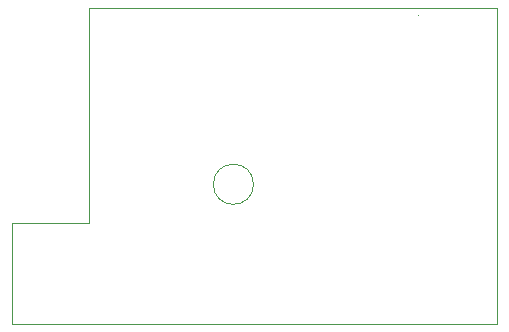
<source format=gbr>
%TF.GenerationSoftware,KiCad,Pcbnew,8.0.7*%
%TF.CreationDate,2025-01-21T12:25:00-05:00*%
%TF.ProjectId,TinyAFireController,54696e79-4146-4697-9265-436f6e74726f,rev?*%
%TF.SameCoordinates,Original*%
%TF.FileFunction,Profile,NP*%
%FSLAX46Y46*%
G04 Gerber Fmt 4.6, Leading zero omitted, Abs format (unit mm)*
G04 Created by KiCad (PCBNEW 8.0.7) date 2025-01-21 12:25:00*
%MOMM*%
%LPD*%
G01*
G04 APERTURE LIST*
%TA.AperFunction,Profile*%
%ADD10C,0.050000*%
%TD*%
G04 APERTURE END LIST*
D10*
X132840000Y-108310000D02*
X126340000Y-108310000D01*
X167340000Y-91060000D02*
X167340000Y-90060000D01*
X126340000Y-108310000D02*
X126340000Y-116810000D01*
X167340000Y-116810000D02*
X167340000Y-91060000D01*
X126340000Y-116810000D02*
X167340000Y-116810000D01*
X167340000Y-90060000D02*
X132840000Y-90060000D01*
X132840000Y-90060000D02*
X132840000Y-108310000D01*
X146750000Y-104995920D02*
G75*
G02*
X143350000Y-104995920I-1700000J0D01*
G01*
X143350000Y-104995920D02*
G75*
G02*
X146750000Y-104995920I1700000J0D01*
G01*
X160720000Y-90670000D02*
X160720000Y-90670000D01*
M02*

</source>
